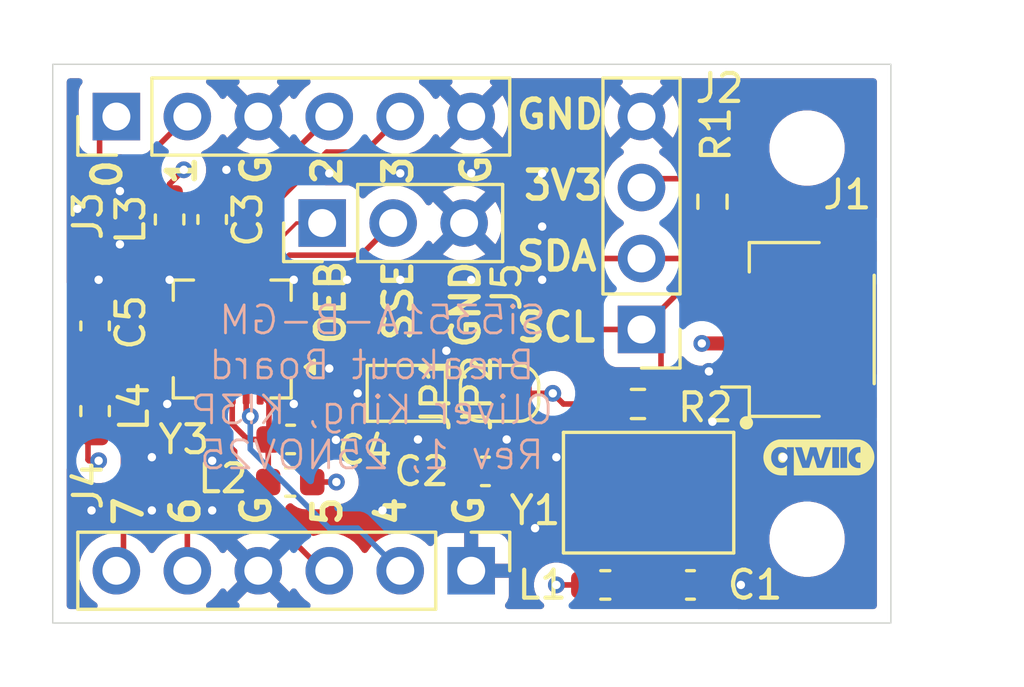
<source format=kicad_pcb>
(kicad_pcb (version 20241229) (generator "pcbnew") (generator_version "9.0")
  (layers (0 "F.Cu" signal) (4 "In1.Cu" signal) (6 "In2.Cu" signal) (2 "B.Cu" signal) (13 "F.Paste" user) (15 "B.Paste" user) (5 "F.SilkS" user "F.Silkscreen") (7 "B.SilkS" user "B.Silkscreen") (1 "F.Mask" user) (3 "B.Mask" user) (25 "Edge.Cuts" user))
  (net 0 "")
  (net 1 "Net-(Y1-VDD)")
  (net 2 "GND")
  (net 3 "Net-(Y3-XA)")
  (net 4 "Net-(Y1-OUT)")
  (net 5 "Net-(Y3-VDD)")
  (net 6 "+3V3")
  (net 7 "/SDA")
  (net 8 "/SCL")
  (net 9 "Net-(J5-Pin_2)")
  (net 10 "Net-(J5-Pin_1)")
  (net 11 "Net-(JP1-B)")
  (net 13 "Net-(Y3-VDDOA)")
  (net 14 "/CLK2")
  (net 15 "/CLK3")
  (net 16 "/1{slash}QRX")
  (net 17 "/0{slash}IRX")
  (net 18 "/6{slash}ITX")
  (net 19 "/7{slash}QTX")
  (net 20 "/5{slash}CW")
  (net 21 "Net-(Y3-VDDOD)")
  (net 22 "/CLK4")
  (footprint "Inductor_SMD:L_0603_1608Metric" (layer "F.Cu") (at 121.793 92.329 180)
    (property "Reference" "L2" (at 2.413 0.127 0) (layer "F.SilkS"))
    (property "Value" "FB")
    (fp_line (start -0.16278 0.51) (end 0.16278 0.51) (stroke (width 0.12)) (layer "F.SilkS"))
    (fp_line (start -0.16278 -0.51) (end 0.16278 -0.51) (stroke (width 0.12)) (layer "F.SilkS"))
    (pad "1" smd roundrect (at -0.787501 0 180) (size 0.875 0.95) (layers "F.Cu" "F.Mask" "F.Paste") (net 6 "+3V3"))
    (pad "2" smd roundrect (at 0.787501 0 180) (size 0.875 0.95) (layers "F.Cu" "F.Mask" "F.Paste") (net 5 "Net-(Y3-VDD)"))
  )
  (footprint "T41_Library:Oscillator_ECS_TXO53_S3" (layer "F.Cu") (at 134.62 92.71 180)
    (property "Reference" "Y1" (at 4.064 -0.635 0) (layer "F.SilkS"))
    (property "Value" "ECS-TX053-S3")
    (fp_line (start 3.048 2.159) (end 3.048 -2.159) (stroke (width 0.12)) (layer "F.SilkS"))
    (fp_line (start 3.048 -2.159) (end -3.048 -2.159) (stroke (width 0.12)) (layer "F.SilkS"))
    (fp_line (start -3.048 2.159) (end 3.048 2.159) (stroke (width 0.12)) (layer "F.SilkS"))
    (fp_line (start -3.048 -2.159) (end -3.048 2.159) (stroke (width 0.12)) (layer "F.SilkS"))
    (fp_circle (center -3.5 2.5) (end -3.320395 2.5) (stroke (width 0.12)) (fill yes) (layer "F.SilkS"))
    (pad "1" smd rect (at -2.25 1.3 180) (size 1 1) (layers "F.Cu" "F.Mask" "F.Paste") (net 2 "GND"))
    (pad "2" smd rect (at -0.600001 1.475 180) (size 0.6 0.65) (layers "F.Cu" "F.Mask" "F.Paste"))
    (pad "3" smd rect (at 0.600001 1.475 180) (size 0.6 0.65) (layers "F.Cu" "F.Mask" "F.Paste"))
    (pad "4" smd rect (at 2.25 1.3 180) (size 1 1) (layers "F.Cu" "F.Mask" "F.Paste") (net 2 "GND"))
    (pad "5" smd rect (at 2.25 0 180) (size 1 0.6) (layers "F.Cu" "F.Mask" "F.Paste"))
    (pad "6" smd rect (at 2.25 -1.3 180) (size 1 1) (layers "F.Cu" "F.Mask" "F.Paste") (net 4 "Net-(Y1-OUT)"))
    (pad "7" smd rect (at 0.600001 -1.475 180) (size 0.6 0.65) (layers "F.Cu" "F.Mask" "F.Paste"))
    (pad "8" smd rect (at -0.600001 -1.475 180) (size 0.6 0.65) (layers "F.Cu" "F.Mask" "F.Paste"))
    (pad "9" smd rect (at -2.25 -1.3 180) (size 1 1) (layers "F.Cu" "F.Mask" "F.Paste") (net 1 "Net-(Y1-VDD)"))
    (pad "10" smd rect (at -2.25 0 180) (size 1 0.6) (layers "F.Cu" "F.Mask" "F.Paste"))
  )
  (footprint "Jumper:SolderJumper-2_P1.3mm_Open_TrianglePad1.0x1.5mm" (layer "F.Cu") (at 125.946999 89.154 180)
    (property "Reference" "JP2" (at -2.54 0 270) (layer "F.SilkS"))
    (property "Value" "SolderJumper_2_Open")
    (fp_line (start 1.4 1) (end -1.4 1) (stroke (width 0.12)) (layer "F.SilkS"))
    (fp_line (start 1.4 -1) (end 1.4 1) (stroke (width 0.12)) (layer "F.SilkS"))
    (fp_line (start -1.4 1) (end -1.4 -1) (stroke (width 0.12)) (layer "F.SilkS"))
    (fp_line (start -1.4 -1) (end 1.4 -1) (stroke (width 0.12)) (layer "F.SilkS"))
    (pad "1" smd custom (at -0.724999 0 180) (size 0.3 0.3) (layers "F.Cu" "F.Mask") (net 11 "Net-(JP1-B)") (options (clearance outline) (anchor rect)) (primitives (gr_poly (pts (xy 1 0) (xy 0.5 0.75) (xy -0.5 0.75) (xy -0.5 -0.75) (xy 0.5 -0.75)) (width 0) (fill yes))))
    (pad "2" smd custom (at 0.724999 0 180) (size 0.3 0.3) (layers "F.Cu" "F.Mask") (net 2 "GND") (options (clearance outline) (anchor rect)) (primitives (gr_poly (pts (xy 0.5 0.75) (xy -0.65 0.75) (xy -0.15 0) (xy -0.65 -0.75) (xy 0.5 -0.75)) (width 0) (fill yes))))
  )
  (footprint "Capacitor_SMD:C_0603_1608Metric" (layer "F.Cu") (at 121.806 90.805)
    (property "Reference" "C4" (at 2.654 0.381 0) (layer "F.SilkS"))
    (property "Value" "0.1uF 50V")
    (fp_line (start -0.140581 -0.51) (end 0.140581 -0.51) (stroke (width 0.12)) (layer "F.SilkS"))
    (fp_line (start -0.140581 0.51) (end 0.140581 0.51) (stroke (width 0.12)) (layer "F.SilkS"))
    (pad "1" smd roundrect (at -0.775 0) (size 0.9 0.95) (layers "F.Cu" "F.Mask" "F.Paste") (net 5 "Net-(Y3-VDD)"))
    (pad "2" smd roundrect (at 0.775 0) (size 0.9 0.95) (layers "F.Cu" "F.Mask" "F.Paste") (net 2 "GND"))
  )
  (footprint "Package_DFN_QFN:QFN-20-1EP_4x4mm_P0.5mm_EP2.7x2.7mm" (layer "F.Cu") (at 119.716 87.209 180)
    (property "Reference" "Y3" (at 1.733 -3.596 0) (layer "F.SilkS"))
    (property "Value" "Si5351A-B-GM")
    (fp_line (start 2.11 2.11) (end 1.385 2.11) (stroke (width 0.12)) (layer "F.SilkS"))
    (fp_line (start 2.11 1.385) (end 2.11 2.11) (stroke (width 0.12)) (layer "F.SilkS"))
    (fp_line (start 2.11 -2.11) (end 2.11 -1.385) (stroke (width 0.12)) (layer "F.SilkS"))
    (fp_line (start 1.385 -2.11) (end 2.11 -2.11) (stroke (width 0.12)) (layer "F.SilkS"))
    (fp_line (start -1.385 2.11) (end -2.11 2.11) (stroke (width 0.12)) (layer "F.SilkS"))
    (fp_line (start -2.11 2.11) (end -2.11 1.385) (stroke (width 0.12)) (layer "F.SilkS"))
    (fp_line (start -2.11 -1.385) (end -2.11 -2.11) (stroke (width 0.12)) (layer "F.SilkS"))
    (fp_line (start -2.11 -2.11) (end -1.385 -2.11) (stroke (width 0.12)) (layer "F.SilkS"))
    (fp_poly (pts (xy -2.61 -1) (xy -2.94 -0.76) (xy -2.94 -1.239999)) (stroke (width 0.12)) (fill yes) (layer "F.SilkS"))
    (pad "1" smd roundrect (at -1.95 -1 180) (size 0.8 0.25) (layers "F.Cu" "F.Mask" "F.Paste") (net 3 "Net-(Y3-XA)"))
    (pad "2" smd roundrect (at -1.95 -0.5 180) (size 0.8 0.25) (layers "F.Cu" "F.Mask" "F.Paste"))
    (pad "3" smd roundrect (at -1.95 0 180) (size 0.8 0.25) (layers "F.Cu" "F.Mask" "F.Paste") (net 11 "Net-(JP1-B)"))
    (pad "4" smd roundrect (at -1.95 0.5 180) (size 0.8 0.25) (layers "F.Cu" "F.Mask" "F.Paste") (net 8 "/SCL"))
    (pad "5" smd roundrect (at -1.95 1 180) (size 0.8 0.25) (layers "F.Cu" "F.Mask" "F.Paste") (net 7 "/SDA"))
    (pad "6" smd roundrect (at -1 1.95 180) (size 0.25 0.8) (layers "F.Cu" "F.Mask" "F.Paste") (net 9 "Net-(J5-Pin_2)"))
    (pad "7" smd roundrect (at -0.5 1.95 180) (size 0.25 0.8) (layers "F.Cu" "F.Mask" "F.Paste") (net 10 "Net-(J5-Pin_1)"))
    (pad "8" smd roundrect (at 0 1.95 180) (size 0.25 0.8) (layers "F.Cu" "F.Mask" "F.Paste") (net 15 "/CLK3"))
    (pad "9" smd roundrect (at 0.5 1.95 180) (size 0.25 0.8) (layers "F.Cu" "F.Mask" "F.Paste") (net 14 "/CLK2"))
    (pad "10" smd roundrect (at 1 1.95 180) (size 0.25 0.8) (layers "F.Cu" "F.Mask" "F.Paste") (net 13 "Net-(Y3-VDDOA)"))
    (pad "11" smd roundrect (at 1.95 1 180) (size 0.8 0.25) (layers "F.Cu" "F.Mask" "F.Paste") (net 13 "Net-(Y3-VDDOA)"))
    (pad "12" smd roundrect (at 1.95 0.5 180) (size 0.8 0.25) (layers "F.Cu" "F.Mask" "F.Paste") (net 16 "/1{slash}QRX"))
    (pad "13" smd roundrect (at 1.95 0 180) (size 0.8 0.25) (layers "F.Cu" "F.Mask" "F.Paste") (net 17 "/0{slash}IRX"))
    (pad "14" smd roundrect (at 1.95 -0.5 180) (size 0.8 0.25) (layers "F.Cu" "F.Mask" "F.Paste") (net 21 "Net-(Y3-VDDOD)"))
    (pad "15" smd roundrect (at 1.95 -1 180) (size 0.8 0.25) (layers "F.Cu" "F.Mask" "F.Paste") (net 19 "/7{slash}QTX"))
    (pad "16" smd roundrect (at 1 -1.95 180) (size 0.25 0.8) (layers "F.Cu" "F.Mask" "F.Paste") (net 18 "/6{slash}ITX"))
    (pad "17" smd roundrect (at 0.5 -1.95 180) (size 0.25 0.8) (layers "F.Cu" "F.Mask" "F.Paste") (net 20 "/5{slash}CW"))
    (pad "18" smd roundrect (at 0 -1.95 180) (size 0.25 0.8) (layers "F.Cu" "F.Mask" "F.Paste") (net 5 "Net-(Y3-VDD)"))
    (pad "19" smd roundrect (at -0.5 -1.95 180) (size 0.25 0.8) (layers "F.Cu" "F.Mask" "F.Paste") (net 22 "/CLK4"))
    (pad "20" smd roundrect (at -1 -1.95 180) (size 0.25 0.8) (layers "F.Cu" "F.Mask" "F.Paste") (net 5 "Net-(Y3-VDD)"))
    (pad "21" smd rect (at 0 0 180) (size 2.7 2.7) (property pad_prop_heatsink) (layers "F.Cu" "F.Mask") (net 2 "GND"))
  )
  (footprint "Capacitor_SMD:C_0603_1608Metric" (layer "F.Cu") (at 114.808 86.741 90)
    (property "Reference" "C5" (at 0.127 1.27 90) (layer "F.SilkS"))
    (property "Value" "0.1uF 50V")
    (fp_line (start -0.140581 -0.51) (end 0.140581 -0.51) (stroke (width 0.12)) (layer "F.SilkS"))
    (fp_line (start -0.140581 0.51) (end 0.140581 0.51) (stroke (width 0.12)) (layer "F.SilkS"))
    (pad "1" smd roundrect (at -0.775 0 90) (size 0.9 0.95) (layers "F.Cu" "F.Mask" "F.Paste") (net 21 "Net-(Y3-VDDOD)"))
    (pad "2" smd roundrect (at 0.775 0 90) (size 0.9 0.95) (layers "F.Cu" "F.Mask" "F.Paste") (net 2 "GND"))
  )
  (footprint "Inductor_SMD:L_0603_1608Metric" (layer "F.Cu") (at 114.808 89.789 90)
    (property "Reference" "L4" (at 0.1525 1.397 90) (layer "F.SilkS"))
    (property "Value" "FB")
    (fp_line (start -0.16278 -0.51) (end 0.16278 -0.51) (stroke (width 0.12)) (layer "F.SilkS"))
    (fp_line (start -0.16278 0.51) (end 0.16278 0.51) (stroke (width 0.12)) (layer "F.SilkS"))
    (pad "1" smd roundrect (at -0.787501 0 90) (size 0.875 0.95) (layers "F.Cu" "F.Mask" "F.Paste") (net 6 "+3V3"))
    (pad "2" smd roundrect (at 0.787501 0 90) (size 0.875 0.95) (layers "F.Cu" "F.Mask" "F.Paste") (net 21 "Net-(Y3-VDDOD)"))
  )
  (footprint "Inductor_SMD:L_0603_1608Metric" (layer "F.Cu") (at 133.070499 96.012 180)
    (property "Reference" "L1" (at 2.260499 0 180) (layer "F.SilkS"))
    (property "Value" "FB")
    (fp_line (start -0.16278 0.51) (end 0.16278 0.51) (stroke (width 0.12)) (layer "F.SilkS"))
    (fp_line (start -0.16278 -0.51) (end 0.16278 -0.51) (stroke (width 0.12)) (layer "F.SilkS"))
    (pad "1" smd roundrect (at -0.787501 0 180) (size 0.875 0.95) (layers "F.Cu" "F.Mask" "F.Paste") (net 1 "Net-(Y1-VDD)"))
    (pad "2" smd roundrect (at 0.787501 0 180) (size 0.875 0.95) (layers "F.Cu" "F.Mask" "F.Paste") (net 6 "+3V3"))
  )
  (footprint "Capacitor_SMD:C_0603_1608Metric" (layer "F.Cu") (at 136.118499 96.012)
    (property "Reference" "C1" (at 2.311501 0 180) (layer "F.SilkS"))
    (property "Value" "0.1uF 50V")
    (fp_line (start -0.140581 -0.51) (end 0.140581 -0.51) (stroke (width 0.12)) (layer "F.SilkS"))
    (fp_line (start -0.140581 0.51) (end 0.140581 0.51) (stroke (width 0.12)) (layer "F.SilkS"))
    (pad "1" smd roundrect (at -0.775 0) (size 0.9 0.95) (layers "F.Cu" "F.Mask" "F.Paste") (net 1 "Net-(Y1-VDD)"))
    (pad "2" smd roundrect (at 0.775 0) (size 0.9 0.95) (layers "F.Cu" "F.Mask" "F.Paste") (net 2 "GND"))
  )
  (footprint "Resistor_SMD:R_0603_1608Metric" (layer "F.Cu") (at 136.906 82.296 -90)
    (property "Reference" "R1" (at -2.413 -0.127 90) (layer "F.SilkS"))
    (property "Value" "2k2")
    (fp_line (start -0.237258 0.5225) (end 0.237258 0.5225) (stroke (width 0.12)) (layer "F.SilkS"))
    (fp_line (start -0.237258 -0.5225) (end 0.237258 -0.5225) (stroke (width 0.12)) (layer "F.SilkS"))
    (pad "1" smd roundrect (at -0.825 0 270) (size 0.8 0.95) (layers "F.Cu" "F.Mask" "F.Paste") (net 6 "+3V3"))
    (pad "2" smd roundrect (at 0.825 0 270) (size 0.8 0.95) (layers "F.Cu" "F.Mask" "F.Paste") (net 7 "/SDA"))
  )
  (footprint "Connector_PinHeader_2.54mm:PinHeader_1x06_P2.54mm_Vertical" (layer "F.Cu") (at 115.57 79.248 90)
    (property "Reference" "J3" (at -3.556 -1.016 90) (layer "F.SilkS"))
    (property "Value" "pin header")
    (fp_line (start -1.38 -1.38) (end 0 -1.38) (stroke (width 0.12)) (layer "F.SilkS"))
    (fp_line (start -1.38 0) (end -1.38 -1.38) (stroke (width 0.12)) (layer "F.SilkS"))
    (fp_line (start 1.38 1.27) (end 1.38 14.08) (stroke (width 0.12)) (layer "F.SilkS"))
    (fp_line (start -1.38 1.27) (end 1.38 1.27) (stroke (width 0.12)) (layer "F.SilkS"))
    (fp_line (start -1.38 1.27) (end -1.38 14.08) (stroke (width 0.12)) (layer "F.SilkS"))
    (fp_line (start -1.38 14.08) (end 1.38 14.08) (stroke (width 0.12)) (layer "F.SilkS"))
    (pad "1" thru_hole rect (at 0 0 90) (size 1.7 1.7) (drill 1) (layers "*.Cu" "*.Mask") (net 17 "/0{slash}IRX"))
    (pad "2" thru_hole circle (at 0 2.54 90) (size 1.7 1.7) (drill 1) (layers "*.Cu" "*.Mask") (net 16 "/1{slash}QRX"))
    (pad "3" thru_hole circle (at 0 5.08 90) (size 1.7 1.7) (drill 1) (layers "*.Cu" "*.Mask") (net 2 "GND"))
    (pad "4" thru_hole circle (at 0 7.62 90) (size 1.7 1.7) (drill 1) (layers "*.Cu" "*.Mask") (net 14 "/CLK2"))
    (pad "5" thru_hole circle (at 0 10.16 90) (size 1.7 1.7) (drill 1) (layers "*.Cu" "*.Mask") (net 15 "/CLK3"))
    (pad "6" thru_hole circle (at 0 12.7 90) (size 1.7 1.7) (drill 1) (layers "*.Cu" "*.Mask") (net 2 "GND"))
  )
  (footprint "MountingHole:MountingHole_2.2mm_M2_DIN965" (layer "F.Cu") (at 140.292 80.376)
    (property "Reference" "H1" (hide yes))
    (property "Value" "MountingHole")
    (pad "" np_thru_hole circle (at 0 0) (size 2.2 2.2) (drill 2.2) (layers "*.Cu" "*.Mask"))
  )
  (footprint "Connector_PinHeader_2.54mm:PinHeader_1x06_P2.54mm_Vertical" (layer "F.Cu") (at 128.27 95.504 -90)
    (property "Reference" "J4" (at -3.048 13.716 90) (layer "F.SilkS"))
    (property "Value" "pin header")
    (fp_line (start -1.38 14.08) (end 1.38 14.08) (stroke (width 0.12)) (layer "F.SilkS"))
    (fp_line (start -1.38 1.27) (end -1.38 14.08) (stroke (width 0.12)) (layer "F.SilkS"))
    (fp_line (start -1.38 1.27) (end 1.38 1.27) (stroke (width 0.12)) (layer "F.SilkS"))
    (fp_line (start 1.38 1.27) (end 1.38 14.08) (stroke (width 0.12)) (layer "F.SilkS"))
    (fp_line (start -1.38 0) (end -1.38 -1.38) (stroke (width 0.12)) (layer "F.SilkS"))
    (fp_line (start -1.38 -1.38) (end 0 -1.38) (stroke (width 0.12)) (layer "F.SilkS"))
    (pad "1" thru_hole rect (at 0 0 270) (size 1.7 1.7) (drill 1) (layers "*.Cu" "*.Mask") (net 2 "GND"))
    (pad "2" thru_hole circle (at 0 2.54 270) (size 1.7 1.7) (drill 1) (layers "*.Cu" "*.Mask") (net 22 "/CLK4"))
    (pad "3" thru_hole circle (at 0 5.08 270) (size 1.7 1.7) (drill 1) (layers "*.Cu" "*.Mask") (net 20 "/5{slash}CW"))
    (pad "4" thru_hole circle (at 0 7.62 270) (size 1.7 1.7) (drill 1) (layers "*.Cu" "*.Mask") (net 2 "GND"))
    (pad "5" thru_hole circle (at 0 10.16 270) (size 1.7 1.7) (drill 1) (layers "*.Cu" "*.Mask") (net 18 "/6{slash}ITX"))
    (pad "6" thru_hole circle (at 0 12.7 270) (size 1.7 1.7) (drill 1) (layers "*.Cu" "*.Mask") (net 19 "/7{slash}QTX"))
  )
  (footprint "SparkFun-Qwiic:qwiic_4mm" (layer "F.Cu") (at 140.716 91.44)
    (property "Reference" "G1" (hide yes))
    (property "Value" "qwiic_Logo" (hide yes))
    (fp_poly (pts (xy -1.268658 -0.165932) (xy -1.237959 -0.155835) (xy -1.210117 -0.137959) (xy -1.202843 -0.131737) (xy -1.177959 -0.10428) (xy -1.16037 -0.072766) (xy -1.149742 -0.036229) (xy -1.145743 0.006297) (xy -1.146243 0.032498) (xy -1.147828 0.055626) (xy -1.150362 0.07284) (xy -1.154807 0.08789) (xy -1.162124 0.104527) (xy -1.167405 0.115094) (xy -1.188124 0.148001) (xy -1.212865 0.172472) (xy -1.242615 0.189163) (xy -1.278362 0.198729) (xy -1.296881 0.200899) (xy -1.316842 0.200755) (xy -1.33741 0.198066) (xy -1.343541 0.196604) (xy -1.380476 0.181692) (xy -1.410818 0.159786) (xy -1.434417 0.131095) (xy -1.451123 0.095826) (xy -1.460784 0.054189) (xy -1.462916 0.031223) (xy -1.462178 -0.015256) (xy -1.454551 -0.055501) (xy -1.439743 -0.090338) (xy -1.417462 -0.120593) (xy -1.404957 -0.132901) (xy -1.377604 -0.152596) (xy -1.347351 -0.164382) (xy -1.312188 -0.168985) (xy -1.304546 -0.169108)) (fill yes) (layer "F.SilkS"))
    (fp_poly (pts (xy 0.137437 -0.635361) (xy 0.267958 -0.635355) (xy 0.389479 -0.635343) (xy 0.502332 -0.635322) (xy 0.606848 -0.635292) (xy 0.70336 -0.635249) (xy 0.792198 -0.635191) (xy 0.873695 -0.635117) (xy 0.948182 -0.635024) (xy 1.015992 -0.634911) (xy 1.077455 -0.634776) (xy 1.132903 -0.634616) (xy 1.182668 -0.634429) (xy 1.227082 -0.634214) (xy 1.266476 -0.633967) (xy 1.301183 -0.633689) (xy 1.331533 -0.633375) (xy 1.357859 -0.633025) (xy 1.380492 -0.632636) (xy 1.399764 -0.632206) (xy 1.416007 -0.631733) (xy 1.429552 -0.631216) (xy 1.440731 -0.630651) (xy 1.449876 -0.630038) (xy 1.457318 -0.629373) (xy 1.463389 -0.628656) (xy 1.468421 -0.627883) (xy 1.472745 -0.627054) (xy 1.47607 -0.626312) (xy 1.554581 -0.603292) (xy 1.627987 -0.572324) (xy 1.695913 -0.533696) (xy 1.757982 -0.487694) (xy 1.81382 -0.434605) (xy 1.863052 -0.374718) (xy 1.905302 -0.308319) (xy 1.914916 -0.290374) (xy 1.945111 -0.223803) (xy 1.966638 -0.157088) (xy 1.979965 -0.088278) (xy 1.985562 -0.015418) (xy 1.985809 0.004613) (xy 1.981473 0.084915) (xy 1.968409 0.161109) (xy 1.946529 0.23341) (xy 1.915748 0.302032) (xy 1.87598 0.367188) (xy 1.827139 0.429094) (xy 1.806272 0.451716) (xy 1.751662 0.503101) (xy 1.694008 0.546335) (xy 1.632142 0.582068) (xy 1.564899 0.610947) (xy 1.491112 0.633622) (xy 1.469784 0.638795) (xy 1.422922 0.649572) (xy 0.262117 0.651019) (xy -0.898688 0.652466) (xy -0.898688 0.147462) (xy -0.898688 -0.355126) (xy -0.859098 -0.355126) (xy -0.725488 0.013204) (xy -0.591878 0.381535) (xy -0.470764 0.381618) (xy -0.34965 0.381701) (xy -0.28039 0.158237) (xy -0.266527 0.11364) (xy -0.253458 0.071857) (xy -0.241475 0.033798) (xy -0.230866 0.000371) (xy -0.221922 -0.027516) (xy -0.214932 -0.048954) (xy -0.210186 -0.063036) (xy -0.207974 -0.068851) (xy -0.207923 -0.068924) (xy -0.205921 -0.065191) (xy -0.201401 -0.053074) (xy -0.194645 -0.033437) (xy -0.185934 -0.007145) (xy -0.175552 0.02494) (xy -0.16378 0.061951) (xy -0.1509 0.103026) (xy -0.137195 0.147299) (xy -0.134972 0.154534) (xy -0.065227 0.381689) (xy 0.055593 0.381695) (xy 0.176414 0.381701) (xy 0.310463 0.015202) (xy 0.331252 -0.041673) (xy 0.351054 -0.095923) (xy 0.369621 -0.146862) (xy 0.386706 -0.193809) (xy 0.40206 -0.236079) (xy 0.415437 -0.272989) (xy 0.426587 -0.303856) (xy 0.435263 -0.327997) (xy 0.441218 -0.344727) (xy 0.444203 -0.353363) (xy 0.444512 -0.35442) (xy 0.439899 -0.355285) (xy 0.426935 -0.356058) (xy 0.406931 -0.356704) (xy 0.381201 -0.357188) (xy 0.351054 -0.357476) (xy 0.327051 -0.357542) (xy 0.478334 -0.357542) (xy 0.478334 0.012079) (xy 0.478334 0.381701) (xy 0.599125 0.381701) (xy 0.719916 0.381701) (xy 0.719916 0.012079) (xy 0.719916 -0.357542) (xy 0.768233 -0.357542) (xy 0.768233 0.012079) (xy 0.768233 0.381701) (xy 0.889024 0.381701) (xy 1.009815 0.381701) (xy 1.009815 0.014495) (xy 1.060561 0.014495) (xy 1.061029 0.053195) (xy 1.062756 0.084685) (xy 1.066246 0.111388) (xy 1.072004 0.135729) (xy 1.080534 0.160132) (xy 1.09234 0.18702) (xy 1.099624 0.202139) (xy 1.128004 0.249212) (xy 1.163717 0.290106) (xy 1.2063 0.324351) (xy 1.239515 0.343895) (xy 1.283957 0.364295) (xy 1.32629 0.378232) (xy 1.369701 0.386435) (xy 1.417376 0.38963) (xy 1.439832 0.389648) (xy 1.485733 0.388948) (xy 1.487039 0.291703) (xy 1.488345 0.194458) (xy 1.445633 0.192416) (xy 1.4111 0.188308) (xy 1.383309 0.179112) (xy 1.360325 0.163989) (xy 1.345857 0.149188) (xy 1.325343 0.118193) (xy 1.311103 0.082631) (xy 1.303083 0.044246) (xy 1.301229 0.004786) (xy 1.305489 -0.034002) (xy 1.315809 -0.070372) (xy 1.332136 -0.102576) (xy 1.354321 -0.128781) (xy 1.377794 -0.146815) (xy 1.401865 -0.157926) (xy 1.429656 -0.163259) (xy 1.450802 -0.16417) (xy 1.488345 -0.164276) (xy 1.487039 -0.264533) (xy 1.485733 -0.364789) (xy 1.425338 -0.364013) (xy 1.377246 -0.361564) (xy 1.335008 -0.355057) (xy 1.295395 -0.343746) (xy 1.255183 -0.326887) (xy 1.246566 -0.322675) (xy 1.207736 -0.298953) (xy 1.170497 -0.268136) (xy 1.137243 -0.232581) (xy 1.110367 -0.194647) (xy 1.10274 -0.180913) (xy 1.087538 -0.149269) (xy 1.076325 -0.120421) (xy 1.068561 -0.091868) (xy 1.063706 -0.061109) (xy 1.06122 -0.025644) (xy 1.060561 0.014495) (xy 1.009815 0.014495) (xy 1.009815 0.012079) (xy 1.009815 -0.357542) (xy 0.889024 -0.357542) (xy 0.768233 -0.357542) (xy 0.719916 -0.357542) (xy 0.599125 -0.357542) (xy 0.478334 -0.357542) (xy 0.327051 -0.357542) (xy 0.209591 -0.357542) (xy 0.140375 -0.121999) (xy 0.126733 -0.075669) (xy 0.113764 -0.031806) (xy 0.101751 0.008648) (xy 0.090975 0.04475) (xy 0.081719 0.075558) (xy 0.074266 0.10013) (xy 0.068897 0.117524) (xy 0.065895 0.126798) (xy 0.065574 0.12767) (xy 0.064503 0.130086) (xy 0.063349 0.131474) (xy 0.061939 0.131292) (xy 0.060102 0.128996) (xy 0.057667 0.124042) (xy 0.05446 0.115887) (xy 0.05031 0.103988) (xy 0.045046 0.087801) (xy 0.038495 0.066783) (xy 0.030485 0.040391) (xy 0.020845 0.008081) (xy 0.009402 -0.03069) (xy -0.004015 -0.076466) (xy -0.019578 -0.12979) (xy -0.037459 -0.191205) (xy -0.057831 -0.261255) (xy -0.061944 -0.275404) (xy -0.085121 -0.355126) (xy -0.201687 -0.356419) (xy -0.318253 -0.357712) (xy -0.330296 -0.317766) (xy -0.334201 -0.304599) (xy -0.340426 -0.283338) (xy -0.348625 -0.255175) (xy -0.358452 -0.221304) (xy -0.369562 -0.182919) (xy -0.381608 -0.141214) (xy -0.394243 -0.097381) (xy -0.401412 -0.072474) (xy -0.413781 -0.029639) (xy -0.42541 0.010331) (xy -0.436014 0.046477) (xy -0.445309 0.07784) (xy -0.453009 0.103464) (xy -0.45883 0.122391) (xy -0.462485 0.133663) (xy -0.46361 0.136493) (xy -0.465525 0.132701) (xy -0.469876 0.120471) (xy -0.476398 0.100642) (xy -0.484831 0.074055) (xy -0.494912 0.041549) (xy -0.506379 0.003965) (xy -0.51897 -0.037856) (xy -0.532423 -0.083074) (xy -0.538453 -0.103508) (xy -0.552251 -0.150273) (xy -0.5653 -0.194287) (xy -0.577333 -0.234671) (xy -0.588084 -0.270541) (xy -0.597289 -0.301017) (xy -0.604681 -0.325218) (xy -0.609996 -0.342261) (xy -0.612968 -0.351266) (xy -0.613441 -0.352421) (xy -0.618598 -0.35423) (xy -0.631768 -0.355536) (xy -0.653331 -0.356351) (xy -0.683667 -0.356688) (xy -0.723153 -0.356558) (xy -0.737904 -0.356419) (xy -0.859098 -0.355126) (xy -0.898688 -0.355126) (xy -0.898688 -0.357542) (xy -1.021895 -0.357542) (xy -1.145102 -0.357542) (xy -1.145102 -0.310598) (xy -1.145102 -0.263655) (xy -1.170468 -0.288383) (xy -1.208175 -0.319584) (xy -1.249967 -0.343034) (xy -1.275557 -0.35318) (xy -1.30045 -0.359291) (xy -1.331809 -0.363197) (xy -1.366682 -0.364859) (xy -1.402117 -0.364236) (xy -1.435162 -0.361287) (xy -1.462865 -0.355971) (xy -1.463573 -0.355777) (xy -1.516189 -0.336398) (xy -1.563603 -0.308981) (xy -1.605356 -0.273905) (xy -1.640989 -0.231552) (xy -1.668209 -0.186018) (xy -1.686377 -0.141243) (xy -1.699566 -0.090552) (xy -1.707369 -0.036541) (xy -1.709377 0.01819) (xy -1.706713 0.059232) (xy -1.701473 0.098075) (xy -1.694962 0.130573) (xy -1.686251 0.160041) (xy -1.674414 0.18979) (xy -1.663752 0.212593) (xy -1.636443 0.25844) (xy -1.602453 0.298746) (xy -1.562989 0.332285) (xy -1.521971 0.356552) (xy -1.469291 0.376842) (xy -1.413889 0.388328) (xy -1.363745 0.391364) (xy -1.310797 0.387137) (xy -1.262285 0.374534) (xy -1.218519 0.353672) (xy -1.179808 0.324671) (xy -1.173717 0.318905) (xy -1.145102 0.290905) (xy -1.145102 0.471589) (xy -1.145102 0.652273) (xy -1.262269 0.651461) (xy -1.296138 0.65116) (xy -1.327813 0.650754) (xy -1.355677 0.650273) (xy -1.378111 0.649748) (xy -1.393497 0.64921) (xy -1.398764 0.648885) (xy -1.47477 0.637297) (xy -1.548238 0.616955) (xy -1.618434 0.588404) (xy -1.684626 0.552189) (xy -1.746083 0.508855) (xy -1.80207 0.458946) (xy -1.851856 0.403009) (xy -1.89471 0.341587) (xy -1.929897 0.275225) (xy -1.942995 0.243999) (xy -1.96669 0.171007) (xy -1.981969 0.097029) (xy -1.988617 0.023515) (xy -1.986442 -0.047846) (xy -1.974394 -0.128063) (xy -1.95388 -0.203645) (xy -1.924821 -0.274759) (xy -1.887136 -0.341568) (xy -1.840748 -0.404239) (xy -1.78884 -0.459807) (xy -1.730039 -0.510394) (xy -1.667079 -0.552593) (xy -1.59923 -0.586806) (xy -1.525763 -0.613436) (xy -1.494305 -0.62214) (xy -1.442249 -0.635362) (xy -0.002416 -0.635362)) (fill yes) (layer "F.SilkS"))
  )
  (footprint "Resistor_SMD:R_0603_1608Metric" (layer "F.Cu") (at 134.239 89.535)
    (property "Reference" "R2" (at 2.413 0.127 0) (layer "F.SilkS"))
    (property "Value" "2k2")
    (fp_line (start -0.237258 -0.5225) (end 0.237258 -0.5225) (stroke (width 0.12)) (layer "F.SilkS"))
    (fp_line (start -0.237258 0.5225) (end 0.237258 0.5225) (stroke (width 0.12)) (layer "F.SilkS"))
    (pad "1" smd roundrect (at -0.825 0) (size 0.8 0.95) (layers "F.Cu" "F.Mask" "F.Paste") (net 6 "+3V3"))
    (pad "2" smd roundrect (at 0.825 0) (size 0.8 0.95) (layers "F.Cu" "F.Mask" "F.Paste") (net 8 "/SCL"))
  )
  (footprint "Inductor_SMD:L_0603_1608Metric" (layer "F.Cu") (at 117.475 82.931 -90)
    (property "Reference" "L3" (at 0 1.397 90) (layer "F.SilkS"))
    (property "Value" "FB")
    (fp_line (start -0.16278 0.51) (end 0.16278 0.51) (stroke (width 0.12)) (layer "F.SilkS"))
    (fp_line (start -0.16278 -0.51) (end 0.16278 -0.51) (stroke (width 0.12)) (layer "F.SilkS"))
    (pad "1" smd roundrect (at -0.787501 0 270) (size 0.875 0.95) (layers "F.Cu" "F.Mask" "F.Paste") (net 6 "+3V3"))
    (pad "2" smd roundrect (at 0.787501 0 270) (size 0.875 0.95) (layers "F.Cu" "F.Mask" "F.Paste") (net 13 "Net-(Y3-VDDOA)"))
  )
  (footprint "Connector_PinHeader_2.54mm:PinHeader_1x03_P2.54mm_Vertical" (layer "F.Cu") (at 122.936 83.058 90)
    (property "Reference" "J5" (at -2.286 6.604 270) (layer "F.SilkS"))
    (property "Value" "OEBSSEN")
    (fp_line (start -1.38 -1.38) (end 0 -1.379999) (stroke (width 0.12)) (layer "F.SilkS"))
    (fp_line (start -1.379999 0) (end -1.38 -1.38) (stroke (width 0.12)) (layer "F.SilkS"))
    (fp_line (start 1.38 1.27) (end 1.38 6.46) (stroke (width 0.12)) (layer "F.SilkS"))
    (fp_line (start -1.38 1.27) (end 1.38 1.27) (stroke (width 0.12)) (layer "F.SilkS"))
    (fp_line (start -1.38 1.27) (end -1.38 6.46) (stroke (width 0.12)) (layer "F.SilkS"))
    (fp_line (start -1.38 6.46) (end 1.38 6.46) (stroke (width 0.12)) (layer "F.SilkS"))
    (pad "1" thru_hole rect (at 0 0 90) (size 1.7 1.7) (drill 1) (layers "*.Cu" "*.Mask") (net 10 "Net-(J5-Pin_1)"))
    (pad "2" thru_hole circle (at 0 2.54 90) (size 1.7 1.7) (drill 1) (layers "*.Cu" "*.Mask") (net 9 "Net-(J5-Pin_2)"))
    (pad "3" thru_hole circle (at 0 5.079999 90) (size 1.7 1.7) (drill 1) (layers "*.Cu" "*.Mask") (net 2 "GND"))
  )
  (footprint "Capacitor_SMD:C_0603_1608Metric" (layer "F.Cu") (at 128.778 91.948)
    (property "Reference" "C2" (at -2.286 0 180) (layer "F.SilkS"))
    (property "Value" "0.1uF 50V")
    (fp_line (start -0.140581 -0.51) (end 0.140581 -0.51) (stroke (width 0.12)) (layer "F.SilkS"))
    (fp_line (start -0.140581 0.51) (end 0.140581 0.51) (stroke (width 0.12)) (layer "F.SilkS"))
    (pad "1" smd roundrect (at -0.775 0) (size 0.9 0.95) (layers "F.Cu" "F.Mask" "F.Paste") (net 3 "Net-(Y3-XA)"))
    (pad "2" smd roundrect (at 0.775 0) (size 0.9 0.95) (layers "F.Cu" "F.Mask" "F.Paste") (net 4 "Net-(Y1-OUT)"))
  )
  (footprint "MountingHole:MountingHole_2.2mm_M2_DIN965" (layer "F.Cu") (at 140.292 94.376)
    (property "Reference" "H2" (hide yes))
    (property "Value" "MountingHole")
    (pad "" np_thru_hole circle (at 0 0) (size 2.2 2.2) (drill 2.2) (layers "*.Cu" "*.Mask"))
  )
  (footprint "Jumper:SolderJumper-2_P1.3mm_Bridged_RoundedPad1.0x1.5mm" (layer "F.Cu") (at 129.286 89.154 180)
    (property "Reference" "JP1" (at 2.286 0 90) (layer "F.SilkS"))
    (property "Value" "GND select")
    (fp_poly (pts (xy 0.25 -0.3) (xy -0.25 -0.3) (xy -0.25 0.3) (xy 0.25 0.3)) (fill yes) (layer "F.Cu"))
    (fp_line (start 1.4 -0.300001) (end 1.4 0.300001) (stroke (width 0.12)) (layer "F.SilkS"))
    (fp_line (start 0.7 1) (end -0.7 1) (stroke (width 0.12)) (layer "F.SilkS"))
    (fp_line (start -0.7 -1) (end 0.7 -1) (stroke (width 0.12)) (layer "F.SilkS"))
    (fp_line (start -1.4 0.300001) (end -1.4 -0.300001) (stroke (width 0.12)) (layer "F.SilkS"))
    (fp_arc (start 1.4 0.300001) (mid 1.194975 0.794975) (end 0.7 1) (stroke (width 0.12)) (layer "F.SilkS"))
    (fp_arc (start 0.7 -1) (mid 1.194975 -0.794975) (end 1.4 -0.300001) (stroke (width 0.12)) (layer "F.SilkS"))
    (fp_arc (start -0.7 1) (mid -1.194975 0.794975) (end -1.4 0.300001) (stroke (width 0.12)) (layer "F.SilkS"))
    (fp_arc (start -1.4 -0.300001) (mid -1.194975 -0.794975) (end -0.7 -1) (stroke (width 0.12)) (layer "F.SilkS"))
    (pad "1" smd custom (at -0.649999 0 180) (size 1 0.5) (layers "F.Cu" "F.Mask") (net 6 "+3V3") (options (clearance outline) (anchor rect)) (primitives (gr_circle (center 0 0.25) (end 0.5 0.25) (width 0) (fill yes)) (gr_circle (center 0 -0.25) (end 0.5 -0.25) (width 0) (fill yes)) (gr_poly (pts (xy 0.5 0.75) (xy 0 0.75) (xy 0 -0.75) (xy 0.5 -0.75)) (width 0) (fill yes))))
    (pad "2" smd custom (at 0.649999 0 180) (size 1 0.5) (layers "F.Cu" "F.Mask") (net 11 "Net-(JP1-B)") (options (clearance outline) (anchor rect)) (primitives (gr_circle (center 0 0.25) (end 0.5 0.25) (width 0) (fill yes)) (gr_circle (center 0 -0.25) (end 0.5 -0.25) (width 0) (fill yes)) (gr_poly (pts (xy 0 0.75) (xy -0.5 0.75) (xy -0.5 -0.75) (xy 0 -0.75)) (width 0) (fill yes))))
  )
  (footprint "Connector_JST:JST_SH_SM04B-SRSS-TB_1x04-1MP_P1.00mm_Horizontal" (layer "F.Cu") (at 140.009 86.868 90)
    (property "Reference" "J1" (at 4.826 1.723 180) (layer "F.SilkS"))
    (property "Value" "qwiic")
    (fp_line (start 3.11 -1.785) (end 2.06 -1.785) (stroke (width 0.12)) (layer "F.SilkS"))
    (fp_line (start -2.06 -1.785) (end -2.06 -2.775) (stroke (width 0.12)) (layer "F.SilkS"))
    (fp_line (start -3.11 -1.785) (end -2.06 -1.785) (stroke (width 0.12)) (layer "F.SilkS"))
    (fp_line (start 3.11 0.715) (end 3.11 -1.785) (stroke (width 0.12)) (layer "F.SilkS"))
    (fp_line (start -3.11 0.715) (end -3.11 -1.785) (stroke (width 0.12)) (layer "F.SilkS"))
    (fp_line (start -1.94 2.685) (end 1.94 2.685) (stroke (width 0.12)) (layer "F.SilkS"))
    (pad "1" smd roundrect (at -1.5 -2 90) (size 0.6 1.55) (layers "F.Cu" "F.Mask" "F.Paste") (net 2 "GND"))
    (pad "2" smd roundrect (at -0.5 -2 90) (size 0.6 1.55) (layers "F.Cu" "F.Mask" "F.Paste") (net 6 "+3V3"))
    (pad "3" smd roundrect (at 0.5 -2 90) (size 0.6 1.55) (layers "F.Cu" "F.Mask" "F.Paste") (net 7 "/SDA"))
    (pad "4" smd roundrect (at 1.5 -2 90) (size 0.6 1.55) (layers "F.Cu" "F.Mask" "F.Paste") (net 8 "/SCL"))
    (pad "MP" smd roundrect (at -2.8 1.875 90) (size 1.2 1.8) (layers "F.Cu" "F.Mask" "F.Paste") (roundrect_rratio 0.208333))
    (pad "MP" smd roundrect (at 2.8 1.875 90) (size 1.2 1.8) (layers "F.Cu" "F.Mask" "F.Paste") (roundrect_rratio 0.208333))
  )
  (footprint "Capacitor_SMD:C_0603_1608Metric" (layer "F.Cu") (at 118.999 82.931 90)
    (property "Reference" "C3" (at 0 1.27 90) (layer "F.SilkS"))
    (property "Value" "0.1uF 50V")
    (fp_line (start -0.140581 -0.51) (end 0.140581 -0.51) (stroke (width 0.12)) (layer "F.SilkS"))
    (fp_line (start -0.140581 0.51) (end 0.140581 0.51) (stroke (width 0.12)) (layer "F.SilkS"))
    (pad "1" smd roundrect (at -0.775 0 90) (size 0.9 0.95) (layers "F.Cu" "F.Mask" "F.Paste") (net 13 "Net-(Y3-VDDOA)"))
    (pad "2" smd roundrect (at 0.775 0 90) (size 0.9 0.95) (layers "F.Cu" "F.Mask" "F.Paste") (net 2 "GND"))
  )
  (footprint "Connector_PinHeader_2.54mm:PinHeader_1x04_P2.54mm_Vertical" (layer "F.Cu") (at 134.366 86.868 180)
    (property "Reference" "J2" (at -2.794 8.636 180) (layer "F.SilkS"))
    (property "Value" "pin header")
    (fp_line (start 1.38 1.27) (end 1.38 9) (stroke (width 0.12)) (layer "F.SilkS"))
    (fp_line (start -1.38 9) (end 1.38 9) (stroke (width 0.12)) (layer "F.SilkS"))
    (fp_line (start -1.38 1.27) (end 1.38 1.27) (stroke (width 0.12)) (layer "F.SilkS"))
    (fp_line (start -1.38 1.27) (end -1.38 9) (stroke (width 0.12)) (layer "F.SilkS"))
    (fp_line (start -1.38 0) (end -1.38 -1.38) (stroke (width 0.12)) (layer "F.SilkS"))
    (fp_line (start -1.38 -1.38) (end 0 -1.38) (stroke (width 0.12)) (layer "F.SilkS"))
    (pad "1" thru_hole rect (at 0 0 180) (size 1.7 1.7) (drill 1) (layers "*.Cu" "*.Mask") (net 8 "/SCL"))
    (pad "2" thru_hole circle (at 0 2.54 180) (size 1.7 1.7) (drill 1) (layers "*.Cu" "*.Mask") (net 7 "/SDA"))
    (pad "3" thru_hole circle (at 0 5.08 180) (size 1.7 1.7) (drill 1) (layers "*.Cu" "*.Mask") (net 6 "+3V3"))
    (pad "4" thru_hole circle (at 0 7.62 180) (size 1.7 1.7) (drill 1) (layers "*.Cu" "*.Mask") (net 2 "GND"))
  )
  (gr_rect (start 113.292 77.376) (end 143.292 97.376) (stroke (width 0.05)) (fill no) (layer "Edge.Cuts"))
  (gr_text "1" (at 118.491 81.788 90) (layer "F.SilkS") (effects (font (size 1 1) (thickness 0.2) (bold yes)) (justify left bottom)))
  (gr_text "SCL" (at 129.794 87.376 0) (layer "F.SilkS") (effects (font (size 1 1) (thickness 0.2) (bold yes)) (justify left bottom)))
  (gr_text "G" (at 121.158 93.98 90) (layer "F.SilkS") (effects (font (size 1 1) (thickness 0.2) (bold yes)) (justify left bottom)))
  (gr_text "3V3" (at 130.048 82.296 0) (layer "F.SilkS") (effects (font (size 1 1) (thickness 0.2) (bold yes)) (justify left bottom)))
  (gr_text "OEB" (at 123.825 87.503 90) (layer "F.SilkS") (effects (font (size 1 1) (thickness 0.1875) (bold yes)) (justify left bottom)))
  (gr_text "3" (at 126.238 81.788 90) (layer "F.SilkS") (effects (font (size 1 1) (thickness 0.2) (bold yes)) (justify left bottom)))
  (gr_text "GND" (at 128.651 87.63 90) (layer "F.SilkS") (effects (font (size 1 1) (thickness 0.1875) (bold yes)) (justify left bottom)))
  (gr_text "7" (at 116.586 93.98 90) (layer "F.SilkS") (effects (font (size 1 1) (thickness 0.2) (bold yes)) (justify left bottom)))
  (gr_text "4" (at 125.984 93.98 90) (layer "F.SilkS") (effects (font (size 1 1) (thickness 0.2) (bold yes)) (justify left bottom)))
  (gr_text "0" (at 115.824 81.915 90) (layer "F.SilkS") (effects (font (size 1 1) (thickness 0.2) (bold yes)) (justify left bottom)))
  (gr_text "2" (at 123.698 81.788 90) (layer "F.SilkS") (effects (font (size 1 1) (thickness 0.2) (bold yes)) (justify left bottom)))
  (gr_text "6" (at 118.618 93.98 90) (layer "F.SilkS") (effects (font (size 1 1) (thickness 0.2) (bold yes)) (justify left bottom)))
  (gr_text "SSE" (at 126.238 87.376 90) (layer "F.SilkS") (effects (font (size 1 1) (thickness 0.1875) (bold yes)) (justify left bottom)))
  (gr_text "G" (at 121.158 81.788 90) (layer "F.SilkS") (effects (font (size 1 1) (thickness 0.2) (bold yes)) (justify left bottom)))
  (gr_text "G" (at 128.778 93.98 90) (layer "F.SilkS") (effects (font (size 1 1) (thickness 0.2) (bold yes)) (justify left bottom)))
  (gr_text "G" (at 129.032 81.788 90) (layer "F.SilkS") (effects (font (size 1 1) (thickness 0.2) (bold yes)) (justify left bottom)))
  (gr_text "5" (at 123.698 93.98 90) (layer "F.SilkS") (effects (font (size 1 1) (thickness 0.2) (bold yes)) (justify left bottom)))
  (gr_text "GND" (at 129.794 79.756 0) (layer "F.SilkS") (effects (font (size 1 1) (thickness 0.2) (bold yes)) (justify left bottom)))
  (gr_text "SDA" (at 129.794 84.836 0) (layer "F.SilkS") (effects (font (size 1 1) (thickness 0.2) (bold yes)) (justify left bottom)))
  (gr_text "Si5351A-B-GM \nBreakout Board\nOliver King, KI3P\nRev 1, 25NOV25" (at 124.714 91.948 0) (layer "B.SilkS") (effects (font (size 1 1) (thickness 0.1)) (justify bottom mirror)))
  (segment (start 135.343499 95.536501) (end 135.343499 96.012) (width 0.2) (layer "F.Cu") (net 1))
  (segment (start 133.858 96.012) (end 135.343499 96.012) (width 0.2) (layer "F.Cu") (net 1))
  (segment (start 136.87 94.01) (end 135.343499 95.536501) (width 0.2) (layer "F.Cu") (net 1))
  (segment (start 117.475 85.09) (end 117.597 85.09) (width 0.2) (layer "F.Cu") (net 2))
  (segment (start 125.080001 89.154) (end 124.206 89.154) (width 0.2) (layer "F.Cu") (net 2))
  (segment (start 121.92 89.413) (end 120.772 88.265) (width 0.2) (layer "F.Cu") (net 2))
  (segment (start 118.999 81.407) (end 118.999 82.156) (width 0.2) (layer "F.Cu") (net 2))
  (segment (start 117.39 89.535) (end 119.716 87.209) (width 0.2) (layer "F.Cu") (net 2))
  (segment (start 120.772 88.265) (end 120.65 88.265) (width 0.2) (layer "F.Cu") (net 2))
  (segment (start 131.348 91.41) (end 131.318 91.44) (width 0.2) (layer "F.Cu") (net 2))
  (segment (start 136.893499 96.012) (end 137.922 96.012) (width 0.2) (layer "F.Cu") (net 2))
  (segment (start 132.37 91.41) (end 131.348 91.41) (width 0.2) (layer "F.Cu") (net 2))
  (segment (start 114.808 85.217) (end 114.935 85.09) (width 0.2) (layer "F.Cu") (net 2))
  (segment (start 136.779 88.368) (end 138.509 88.368) (width 0.5) (layer "F.Cu") (net 2))
  (segment (start 121.92 89.535) (end 121.92 89.413) (width 0.2) (layer "F.Cu") (net 2))
  (segment (start 119.507 81.153) (end 119.253 81.153) (width 0.2) (layer "F.Cu") (net 2))
  (segment (start 136.87 91.41) (end 136.87 90.206) (width 0.2) (layer "F.Cu") (net 2))
  (segment (start 123.41347 90.805) (end 123.428735 90.820265) (width 0.2) (layer "F.Cu") (net 2))
  (segment (start 114.808 85.966) (end 114.808 85.217) (width 0.2) (layer "F.Cu") (net 2))
  (segment (start 117.597 85.09) (end 119.716 87.209) (width 0.2) (layer "F.Cu") (net 2))
  (segment (start 119.253 81.153) (end 118.999 81.407) (width 0.2) (layer "F.Cu") (net 2))
  (segment (start 122.581 90.805) (end 123.41347 90.805) (width 0.2) (layer "F.Cu") (net 2))
  (segment (start 136.87 90.206) (end 136.906 90.17) (width 0.2) (layer "F.Cu") (net 2))
  (segment (start 121.92 85.09) (end 121.835 85.09) (width 0.2) (layer "F.Cu") (net 2))
  (segment (start 121.835 85.09) (end 119.716 87.209) (width 0.2) (layer "F.Cu") (net 2))
  (via (at 130.81 85.09) (size 0.6) (drill 0.3) (layers "F.Cu" "B.Cu") (net 2))
  (via (at 127.381 87.63) (size 0.6) (drill 0.3) (layers "F.Cu" "B.Cu") (net 2))
  (via (at 117.39 89.535) (size 0.6) (drill 0.3) (layers "F.Cu" "B.Cu") (net 2))
  (via (at 121.92 89.535) (size 0.6) (drill 0.3) (layers "F.Cu" "B.Cu") (net 2))
  (via (at 118.999 91.567) (size 0.6) (drill 0.3) (layers "F.Cu" "B.Cu") (net 2))
  (via (at 125.095 93.345) (size 0.6) (drill 0.3) (layers "F.Cu" "B.Cu") (net 2))
  (via (at 130.81 81.28) (size 0.6) (drill 0.3) (layers "F.Cu" "B.Cu") (net 2))
  (via (at 116.84 91.44) (size 0.6) (drill 0.3) (layers "F.Cu" "B.Cu") (net 2))
  (via (at 139.446 91.44) (size 0.6) (drill 0.3) (layers "F.Cu" "B.Cu") (net 2))
  (via (at 123.19 88.265) (size 0.6) (drill 0.3) (layers "F.Cu" "B.Cu") (net 2))
  (via (at 119.507 81.153) (size 0.6) (drill 0.3) (layers "F.Cu" "B.Cu") (net 2))
  (via (at 137.922 96.012) (size 0.6) (drill 0.3) (layers "F.Cu" "B.Cu") (net 2))
  (via (at 136.779 88.368) (size 0.6) (drill 0.3) (layers "F.Cu" "B.Cu") (net 2))
  (via (at 123.19 81.28) (size 0.6) (drill 0.3) (layers "F.Cu" "B.Cu") (net 2))
  (via (at 114.935 85.09) (size 0.6) (drill 0.3) (layers "F.Cu" "B.Cu") (net 2))
  (via (at 114.681 93.345) (size 0.6) (drill 0.3) (layers "F.Cu" "B.Cu") (net 2))
  (via (at 126.365 90.805) (size 0.6) (drill 0.3) (layers "F.Cu" "B.Cu") (net 2))
  (via (at 116.84 93.345) (size 0.6) (drill 0.3) (layers "F.Cu" "B.Cu") (net 2))
  (via (at 125.73 85.09) (size 0.6) (drill 0.3) (layers "F.Cu" "B.Cu") (net 2))
  (via (at 130.81 83.185) (size 0.6) (drill 0.3) (layers "F.Cu" "B.Cu") (net 2))
  (via (at 121.92 85.09) (size 0.6) (drill 0.3) (layers "F.Cu" "B.Cu") (net 2))
  (via (at 117.475 85.09) (size 0.6) (drill 0.3) (layers "F.Cu" "B.Cu") (net 2))
  (via (at 115.697 81.915) (size 0.6) (drill 0.3) (layers "F.Cu" "B.Cu") (net 2))
  (via (at 125.73 81.28) (size 0.6) (drill 0.3) (layers "F.Cu" "B.Cu") (net 2))
  (via (at 129.54 90.805) (size 0.6) (drill 0.3) (layers "F.Cu" "B.Cu") (net 2))
  (via (at 115.697 83.82) (size 0.6) (drill 0.3) (layers "F.Cu" "B.Cu") (net 2))
  (via (at 131.318 91.44) (size 0.6) (drill 0.3) (layers "F.Cu" "B.Cu") (net 2))
  (via (at 123.428735 90.820265) (size 0.6) (drill 0.3) (layers "F.Cu" "B.Cu") (net 2))
  (via (at 128.27 81.28) (size 0.6) (drill 0.3) (layers "F.Cu" "B.Cu") (net 2))
  (via (at 118.999 93.345) (size 0.6) (drill 0.3) (layers "F.Cu" "B.Cu") (net 2))
  (via (at 123.825 85.09) (size 0.6) (drill 0.3) (layers "F.Cu" "B.Cu") (net 2))
  (via (at 124.206 89.154) (size 0.6) (drill 0.3) (layers "F.Cu" "B.Cu") (net 2))
  (via (at 130.556 93.98) (size 0.6) (drill 0.3) (layers "F.Cu" "B.Cu") (net 2))
  (via (at 136.906 90.17) (size 0.6) (drill 0.3) (layers "F.Cu" "B.Cu") (net 2))
  (via (at 114.173 82.55) (size 0.6) (drill 0.3) (layers "F.Cu" "B.Cu") (net 2))
  (via (at 128.27 85.09) (size 0.6) (drill 0.3) (layers "F.Cu" "B.Cu") (net 2))
  (segment (start 121.666 88.209) (end 125.405 91.948) (width 0.2) (layer "F.Cu") (net 3))
  (segment (start 125.405 91.948) (end 128.003 91.948) (width 0.2) (layer "F.Cu") (net 3))
  (segment (start 130.308 91.948) (end 132.37 94.01) (width 0.2) (layer "F.Cu") (net 4))
  (segment (start 129.553 91.948) (end 130.308 91.948) (width 0.2) (layer "F.Cu") (net 4))
  (segment (start 120.716 89.159) (end 121.031 89.474) (width 0.2) (layer "F.Cu") (net 5))
  (segment (start 120.269 90.805) (end 121.031 90.805) (width 0.2) (layer "F.Cu") (net 5))
  (segment (start 119.716 89.159) (end 119.716 90.252) (width 0.2) (layer "F.Cu") (net 5))
  (segment (start 121.031 89.474) (end 121.031 90.805) (width 0.2) (layer "F.Cu") (net 5))
  (segment (start 119.716 90.252) (end 120.269 90.805) (width 0.2) (layer "F.Cu") (net 5))
  (segment (start 121.005499 92.329) (end 121.005499 90.830501) (width 0.2) (layer "F.Cu") (net 5))
  (segment (start 121.005499 90.830501) (end 121.031 90.805) (width 0.2) (layer "F.Cu") (net 5))
  (segment (start 136.906 81.471) (end 134.683 81.471) (width 0.2) (layer "F.Cu") (net 6))
  (segment (start 114.592 91.567) (end 114.554 91.529) (width 0.2) (layer "F.Cu") (net 6))
  (segment (start 132.282998 96.012) (end 131.318 96.012) (width 0.2) (layer "F.Cu") (net 6))
  (segment (start 134.683 81.471) (end 134.366 81.788) (width 0.2) (layer "F.Cu") (net 6))
  (segment (start 136.525 87.368) (end 138.509 87.368) (width 0.5) (layer "F.Cu") (net 6))
  (segment (start 133.414 89.535) (end 131.572 89.535) (width 0.2) (layer "F.Cu") (net 6))
  (segment (start 114.935 91.567) (end 114.592 91.567) (width 0.2) (layer "F.Cu") (net 6))
  (segment (start 131.572 89.535) (end 131.191 89.154) (width 0.2) (layer "F.Cu") (net 6))
  (segment (start 122.580501 92.329) (end 123.444 92.329) (width 0.2) (layer "F.Cu") (net 6))
  (segment (start 117.475 82.143499) (end 117.475 81.661) (width 0.2) (layer "F.Cu") (net 6))
  (segment (start 117.475 81.661) (end 117.983 81.153) (width 0.2) (layer "F.Cu") (net 6))
  (segment (start 114.554 91.529) (end 114.554 90.576501) (width 0.2) (layer "F.Cu") (net 6))
  (segment (start 130.010999 89.154) (end 131.191 89.154) (width 0.2) (layer "F.Cu") (net 6))
  (via (at 131.318 96.012) (size 0.6) (drill 0.3) (layers "F.Cu" "B.Cu") (net 6))
  (via (at 131.191 89.154) (size 0.6) (drill 0.3) (layers "F.Cu" "B.Cu") (net 6))
  (via (at 117.983 81.153) (size 0.6) (drill 0.3) (layers "F.Cu" "B.Cu") (net 6))
  (via (at 136.525 87.368) (size 0.6) (drill 0.3) (layers "F.Cu" "B.Cu") (net 6))
  (via (at 114.935 91.567) (size 0.6) (drill 0.3) (layers "F.Cu" "B.Cu") (net 6))
  (via (at 123.444 92.329) (size 0.6) (drill 0.3) (layers "F.Cu" "B.Cu") (net 6))
  (segment (start 121.666 86.209) (end 130.707 86.209) (width 0.2) (layer "F.Cu") (net 7))
  (segment (start 138.009 86.368) (end 138.783999 86.368) (width 0.2) (layer "F.Cu") (net 7))
  (segment (start 132.588 84.328) (end 130.707 86.209) (width 0.2) (layer "F.Cu") (net 7))
  (segment (start 136.906 84.074) (end 137.16 84.328) (width 0.2) (layer "F.Cu") (net 7))
  (segment (start 139.192 84.328) (end 137.16 84.328) (width 0.2) (layer "F.Cu") (net 7))
  (segment (start 138.783999 86.368) (end 139.7 85.451999) (width 0.2) (layer "F.Cu") (net 7))
  (segment (start 139.7 85.451999) (end 139.7 84.836) (width 0.2) (layer "F.Cu") (net 7))
  (segment (start 136.906 83.121) (end 136.906 84.074) (width 0.2) (layer "F.Cu") (net 7))
  (segment (start 134.366 84.328) (end 132.588 84.328) (width 0.2) (layer "F.Cu") (net 7))
  (segment (start 137.16 84.328) (end 134.366 84.328) (width 0.2) (layer "F.Cu") (net 7))
  (segment (start 139.7 84.836) (end 139.192 84.328) (width 0.2) (layer "F.Cu") (net 7))
  (segment (start 135.064 87.566) (end 134.366 86.868) (width 0.2) (layer "F.Cu") (net 8))
  (segment (start 131.35 86.709) (end 131.509 86.868) (width 0.2) (layer "F.Cu") (net 8))
  (segment (start 135.064 89.535) (end 135.064 87.566) (width 0.2) (layer "F.Cu") (net 8))
  (segment (start 131.509 86.868) (end 134.366 86.868) (width 0.2) (layer "F.Cu") (net 8))
  (segment (start 138.009 85.368) (end 135.866 85.368) (width 0.2) (layer "F.Cu") (net 8))
  (segment (start 135.866 85.368) (end 134.366 86.868) (width 0.2) (layer "F.Cu") (net 8))
  (segment (start 131.35 86.709) (end 121.666 86.709) (width 0.2) (layer "F.Cu") (net 8))
  (segment (start 121.766 84.209) (end 124.325 84.209) (width 0.2) (layer "F.Cu") (net 9))
  (segment (start 120.716 85.259) (end 121.766 84.209) (width 0.2) (layer "F.Cu") (net 9))
  (segment (start 124.325 84.209) (end 125.476 83.058) (width 0.2) (layer "F.Cu") (net 9))
  (segment (start 120.216 85.259) (end 120.216 84.859001) (width 0.125) (layer "F.Cu") (net 10))
  (segment (start 122.017001 83.058) (end 122.936 83.058) (width 0.125) (layer "F.Cu") (net 10))
  (segment (start 120.216 84.859001) (end 122.017001 83.058) (width 0.125) (layer "F.Cu") (net 10))
  (segment (start 125.189999 87.209) (end 126.379999 88.399) (width 0.2) (layer "F.Cu") (net 11))
  (segment (start 126.379999 88.399) (end 126.379999 89.154) (width 0.2) (layer "F.Cu") (net 11))
  (segment (start 128.561001 89.154) (end 126.379999 89.154) (width 0.2) (layer "F.Cu") (net 11))
  (segment (start 121.666 87.209) (end 125.189999 87.209) (width 0.2) (layer "F.Cu") (net 11))
  (segment (start 119.126 83.833) (end 117.614501 83.833) (width 0.2) (layer "F.Cu") (net 13))
  (segment (start 116.86 84.333501) (end 116.86 85.324943) (width 0.2) (layer "F.Cu") (net 13))
  (segment (start 117.475 83.718501) (end 116.86 84.333501) (width 0.2) (layer "F.Cu") (net 13))
  (segment (start 117.614501 83.833) (end 117.602 83.845501) (width 0.2) (layer "F.Cu") (net 13))
  (segment (start 118.716 84.959501) (end 117.602 83.845501) (width 0.2) (layer "F.Cu") (net 13))
  (segment (start 118.716 85.259) (end 118.716 84.959501) (width 0.2) (layer "F.Cu") (net 13))
  (segment (start 116.86 85.324943) (end 117.744057 86.209) (width 0.2) (layer "F.Cu") (net 13))
  (segment (start 117.744057 86.209) (end 117.766 86.209) (width 0.2) (layer "F.Cu") (net 13))
  (segment (start 120.649999 81.788001) (end 123.19 79.248) (width 0.2) (layer "F.Cu") (net 14))
  (segment (start 120.649999 83.280111) (end 120.649999 81.788001) (width 0.2) (layer "F.Cu") (net 14))
  (segment (start 119.216 85.259) (end 119.216 84.71411) (width 0.2) (layer "F.Cu") (net 14))
  (segment (start 119.216 84.71411) (end 120.649999 83.280111) (width 0.2) (layer "F.Cu") (net 14))
  (segment (start 121.158 82.462057) (end 123.102057 80.518) (width 0.2) (layer "F.Cu") (net 15))
  (segment (start 123.102057 80.518) (end 124.46 80.518) (width 0.2) (layer "F.Cu") (net 15))
  (segment (start 121.158 83.33921) (end 121.158 82.462057) (width 0.2) (layer "F.Cu") (net 15))
  (segment (start 124.46 80.518) (end 125.73 79.248) (width 0.2) (layer "F.Cu") (net 15))
  (segment (start 119.716 85.259) (end 119.716 84.78121) (width 0.2) (layer "F.Cu") (net 15))
  (segment (start 119.716 84.78121) (end 121.158 83.33921) (width 0.2) (layer "F.Cu") (net 15))
  (segment (start 118.11 79.248) (end 116.459 80.899) (width 0.2) (layer "F.Cu") (net 16))
  (segment (start 116.459 85.852) (end 117.316 86.709) (width 0.2) (layer "F.Cu") (net 16))
  (segment (start 117.316 86.709) (end 117.766 86.709) (width 0.2) (layer "F.Cu") (net 16))
  (segment (start 116.459 85.852) (end 116.459 80.899) (width 0.2) (layer "F.Cu") (net 16))
  (segment (start 114.969 84.068943) (end 114.969 79.849) (width 0.2) (layer "F.Cu") (net 17))
  (segment (start 115.951 86.36) (end 115.951 85.050943) (width 0.2) (layer "F.Cu") (net 17))
  (segment (start 114.969 79.849) (end 115.57 79.248) (width 0.2) (layer "F.Cu") (net 17))
  (segment (start 115.951 85.050943) (end 114.969 84.068943) (width 0.2) (layer "F.Cu") (net 17))
  (segment (start 117.766 87.209) (end 116.8 87.209) (width 0.2) (layer "F.Cu") (net 17))
  (segment (start 116.8 87.209) (end 115.951 86.36) (width 0.2) (layer "F.Cu") (net 17))
  (segment (start 118.110001 89.764999) (end 118.716 89.159) (width 0.2) (layer "F.Cu") (net 18))
  (segment (start 118.110001 89.764999) (end 118.11 95.504) (width 0.2) (layer "F.Cu") (net 18))
  (segment (start 115.824 89.281) (end 115.824 95.25) (width 0.2) (layer "F.Cu") (net 19))
  (segment (start 116.896 88.209) (end 117.766 88.209) (width 0.2) (layer "F.Cu") (net 19))
  (segment (start 115.824 95.25) (end 115.57 95.504) (width 0.2) (layer "F.Cu") (net 19))
  (segment (start 115.824 89.281) (end 116.896 88.209) (width 0.2) (layer "F.Cu") (net 19))
  (segment (start 119.216 90.641) (end 119.216 89.159) (width 0.2) (layer "F.Cu") (net 20))
  (segment (start 119.8 92.339601) (end 122.964399 95.504) (width 0.2) (layer "F.Cu") (net 20))
  (segment (start 119.8 91.225) (end 119.8 92.339601) (width 0.2) (layer "F.Cu") (net 20))
  (segment (start 122.964399 95.504) (end 123.19 95.504) (width 0.2) (layer "F.Cu") (net 20))
  (segment (start 119.8 91.225) (end 119.216 90.641) (width 0.2) (layer "F.Cu") (net 20))
  (segment (start 117.766 87.709) (end 114.747 87.709) (width 0.2) (layer "F.Cu") (net 21))
  (segment (start 114.554 89.001499) (end 114.554 87.516) (width 0.2) (layer "F.Cu") (net 21))
  (segment (start 114.747 87.709) (end 114.554 87.516) (width 0.2) (layer "F.Cu") (net 21))
  (segment (start 120.363303 89.978864) (end 120.225864 89.978864) (width 0.2) (layer "F.Cu") (net 22))
  (segment (start 120.216 89.969) (end 120.216 89.159) (width 0.2) (layer "F.Cu") (net 22))
  (segment (start 120.225864 89.978864) (end 120.216 89.969) (width 0.2) (layer "F.Cu") (net 22))
  (via (at 120.363303 89.978864) (size 0.6) (drill 0.3) (layers "F.Cu" "B.Cu") (net 22))
  (segment (start 120.363303 89.978864) (end 120.363303 91.153303) (width 0.2) (layer "B.Cu") (net 22))
  (segment (start 124.206 93.98) (end 125.73 95.504) (width 0.2) (layer "B.Cu") (net 22))
  (segment (start 123.19 93.98) (end 124.206 93.98) (width 0.2) (layer "B.Cu") (net 22))
  (segment (start 120.363303 91.153303) (end 123.19 93.98) (width 0.2) (layer "B.Cu") (net 22))
  (zone (net 2) (net_name "GND") (layer "F.Cu") (priority 3) (connect_pads (clearance 0.5)) (min_thickness 0.25) (fill yes (thermal_gap 0.5) (thermal_bridge_width 0.5))
    (polygon (pts (xy 111.7092 75.9206) (xy 148.0566 75.7936) (xy 147.828 99.0346) (xy 111.4806 98.9584)))
  )
  (zone (net 2) (net_name "GND") (layer "B.Cu") (priority 2) (connect_pads (clearance 0.5)) (min_thickness 0.25) (fill yes (thermal_gap 0.5) (thermal_bridge_width 0.5))
    (polygon (pts (xy 111.6076 75.9206) (xy 147.955 75.7682) (xy 147.828 98.806) (xy 111.4806 98.9584)))
  )
)
</source>
